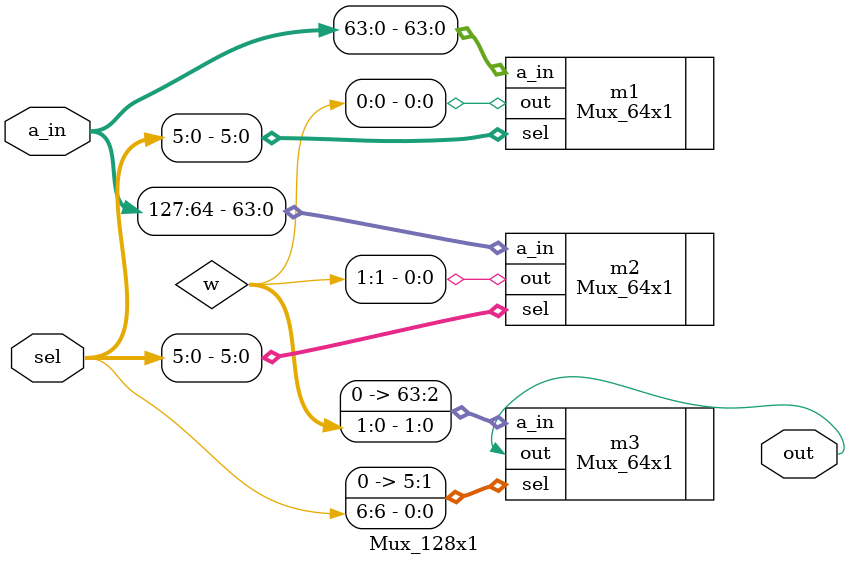
<source format=v>



module Mux_128x1 (
			input [127:0] a_in,
			input [6:0] sel,
			output out
		);

	wire [1:0] w;
	
	Mux_64x1 m1(.sel(sel[5:0]), .a_in(a_in[63:0]), .out(w[0]));
	Mux_64x1 m2(.sel(sel[5:0]), .a_in(a_in[127:64]), .out(w[1]));
	Mux_64x1 m3(.sel({5'b0, sel[6]}), .a_in({62'b0, w}), .out(out));
	

endmodule

</source>
